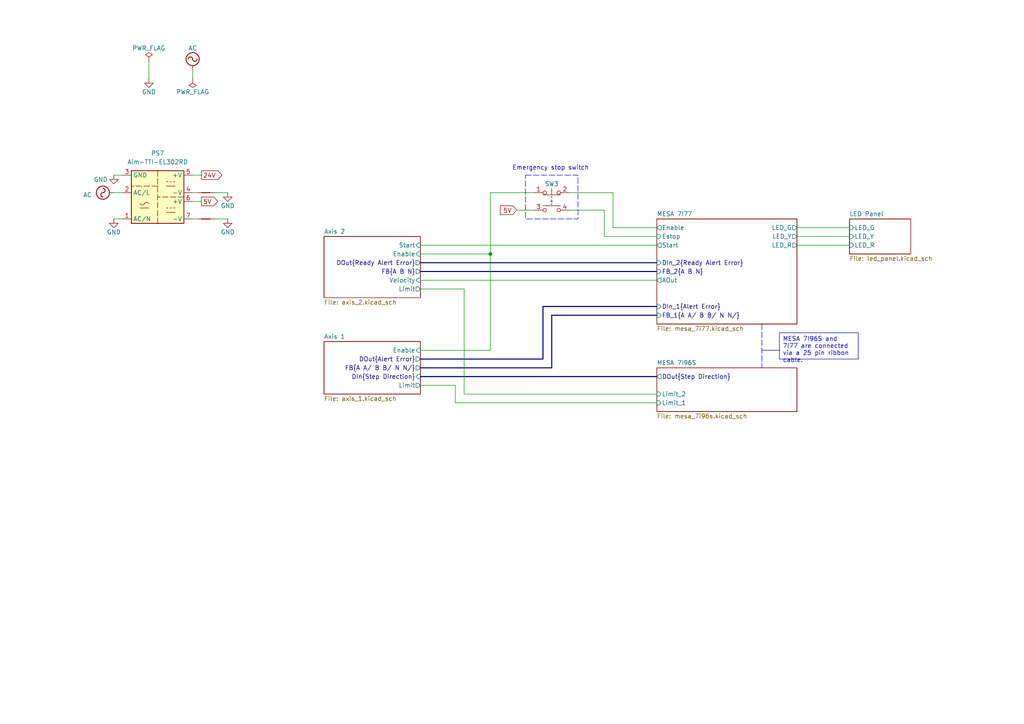
<source format=kicad_sch>
(kicad_sch (version 20250114) (generator "eeschema") (generator_version "9.0")
  (paper "A4")
  (title_block (title "Laboratory tests for the gantry robot ") (date "2023-07-20") (company "CITIC Research Center & Department of Computer Engineering, University of A Coruña."))
  (lib_symbols
    (symbol "Device:NetTie_2" (pin_numbers (hide yes)) (pin_names (offset 0) (hide yes)) (in_bom no)
      (property "Reference" "NT" (at 0 1.27 0))
      (property "Value" "NetTie_2" (at 0 -1.27 0))
      (symbol "NetTie_2_0_1"
        (polyline (pts (xy -1.27 0) (xy 1.27 0)) (stroke (width 0.254)))
      )
      (symbol "NetTie_2_1_1"
        (pin passive line (at -2.54 0 0) (length 2.54) (name "1") (number "1"))
        (pin passive line (at 2.54 0 180) (length 2.54) (name "2") (number "2"))
      )
    )
    (symbol "Gantry_Robot_Components:Aim-TTI-EL302RD"
      (property "Reference" "PS" (at 0 7.62 0))
      (property "Value" "Aim-TTI-EL302RD" (at 0 -10.16 0))
      (symbol "Aim-TTI-EL302RD_0_1"
        (rectangle (start -7.62 6.35) (end 7.62 -8.89) (stroke (width 0.254)) (fill (type background)))
        (polyline (pts (xy -5.08 -4.445) (xy -2.54 -4.445)))
        (arc (start -3.81 -3.175) (mid -4.445 -3.5605) (end -5.08 -3.175))
        (arc (start -3.81 -3.175) (mid -3.175 -2.8028) (end -2.54 -3.175))
        (polyline (pts (xy 2.54 3.175) (xy 3.048 3.175)))
        (polyline (pts (xy 2.54 1.905) (xy 5.08 1.905)))
        (polyline (pts (xy 2.54 -4.445) (xy 3.048 -4.445)))
        (polyline (pts (xy 2.54 -5.715) (xy 5.08 -5.715)))
        (polyline (pts (xy 3.556 3.175) (xy 4.064 3.175)))
        (polyline (pts (xy 3.556 -4.445) (xy 4.064 -4.445)))
        (polyline (pts (xy 4.572 3.175) (xy 5.08 3.175)))
        (polyline (pts (xy 4.572 -4.445) (xy 5.08 -4.445)))
      )
      (symbol "Aim-TTI-EL302RD_1_1"
        (polyline (pts (xy 0 6.35) (xy 0 -8.89)) (stroke (width 0) (type dash)))
        (polyline (pts (xy 0 1.905) (xy -7.62 1.905)) (stroke (width 0) (type dash)))
        (polyline (pts (xy 7.62 -1.27) (xy 0 -1.27)) (stroke (width 0) (type dash)))
        (pin power_in line (at -10.16 5.08 0) (length 2.54) (name "GND") (number "3"))
        (pin power_in line (at -10.16 0 0) (length 2.54) (name "AC/L") (number "2"))
        (pin power_in line (at -10.16 -7.62 0) (length 2.54) (name "AC/N") (number "1"))
        (pin power_out line (at 10.16 5.08 180) (length 2.54) (name "+V") (number "5"))
        (pin power_out line (at 10.16 0 180) (length 2.54) (name "-V") (number "4"))
        (pin power_out line (at 10.16 -2.54 180) (length 2.54) (name "+V") (number "6"))
        (pin power_out line (at 10.16 -7.62 180) (length 2.54) (name "-V") (number "7"))
      )
    )
    (symbol "Gantry_Robot_Components:SW_push_closed_open" (pin_names (hide yes))
      (property "Reference" "SW" (at 2.54 5.08 0))
      (symbol "SW_push_closed_open_0_1"
        (circle (center -2.032 2.54) (radius 0.508))
        (circle (center -2.032 -2.54) (radius 0.508))
        (polyline (pts (xy 0 1.905) (xy 0 3.683)))
        (polyline (pts (xy 0 1.016) (xy 0 1.524)))
        (polyline (pts (xy 0 0.508) (xy 0 0)))
        (polyline (pts (xy 0 -0.508) (xy 0 -1.016)))
        (circle (center 2.032 2.54) (radius 0.508))
        (circle (center 2.032 -2.54) (radius 0.508))
        (polyline (pts (xy 2.54 1.905) (xy -2.54 1.905)))
        (polyline (pts (xy 2.54 -1.27) (xy -2.54 -1.27)))
        (pin passive line (at -5.08 2.54 0) (length 2.54) (name "1") (number "1"))
        (pin passive line (at -5.08 -2.54 0) (length 2.54) (name "3") (number "3"))
        (pin passive line (at 5.08 2.54 180) (length 2.54) (name "2") (number "2"))
        (pin passive line (at 5.08 -2.54 180) (length 2.54) (name "4") (number "4"))
      )
    )
    (symbol "power:AC" (power) (pin_names (offset 0))
      (property "Value" "AC" (at 0 6.35 0))
      (symbol "AC_0_1"
        (arc (start -1.27 3.175) (mid -0.635 3.8073) (end 0 3.175) (stroke (width 0.254)))
        (circle (center 0 3.175) (radius 1.905) (stroke (width 0.254)))
        (polyline (pts (xy 0 0) (xy 0 1.27)))
        (arc (start 1.27 3.175) (mid 0.635 2.5427) (end 0 3.175) (stroke (width 0.254)))
      )
      (symbol "AC_1_1"
        (pin power_in line (at 0 0 90) (length 0) (hide yes) (name "AC") (number "1"))
      )
    )
    (symbol "power:GND" (power) (pin_names (offset 0))
      (property "Value" "GND" (at 0 -3.81 0))
      (symbol "GND_0_1"
        (polyline (pts (xy 0 0) (xy 0 -1.27) (xy 1.27 -1.27) (xy 0 -2.54) (xy -1.27 -1.27) (xy 0 -1.27)))
      )
      (symbol "GND_1_1"
        (pin power_in line (at 0 0 270) (length 0) (hide yes) (name "GND") (number "1"))
      )
    )
    (symbol "power:PWR_FLAG" (power) (pin_numbers (hide yes)) (pin_names (offset 0) (hide yes))
      (property "Value" "PWR_FLAG" (at 0 3.81 0))
      (symbol "PWR_FLAG_0_0"
        (pin power_out line (at 0 0 90) (length 0) (name "pwr") (number "1"))
      )
      (symbol "PWR_FLAG_0_1"
        (polyline (pts (xy 0 0) (xy 0 1.27) (xy -1.016 1.905) (xy 0 2.54) (xy 1.016 1.905) (xy 0 1.27)))
      )
    )
  )
  (rectangle (start 152.4 50.8) (end 167.64 63.5) (stroke (width 0) (type dash)))
  (text "Emergency stop switch" (at 148.59 49.53 0) (effects (font (size 1.27 1.27)) (justify left bottom)))
  (text_box "MESA 7I96S and 7I77 are connected via a 25 pin ribbon cable." (at 226.06 96.52 0) (size 22.86 7.62) (margins 0.9525 0.9525 0.9525 0.9525) (effects (font (size 1.27 1.27)) (justify left top)))
  (junction (at 142.24 73.66))
  (bus (pts (xy 121.92 109.22) (xy 190.5 109.22)))
  (wire (pts (xy 149.86 60.96) (xy 154.94 60.96)))
  (wire (pts (xy 55.88 20.32) (xy 55.88 22.86)))
  (bus (pts (xy 157.48 104.14) (xy 157.48 88.9)))
  (polyline (pts (xy 220.98 93.98) (xy 220.98 106.68)) (stroke (width 0) (type dash)))
  (wire (pts (xy 231.14 71.12) (xy 246.38 71.12)))
  (wire (pts (xy 121.92 101.6) (xy 142.24 101.6)))
  (wire (pts (xy 121.92 71.12) (xy 190.5 71.12)))
  (bus (pts (xy 160.02 106.68) (xy 160.02 91.44)))
  (wire (pts (xy 132.08 111.76) (xy 132.08 116.84)))
  (bus (pts (xy 121.92 76.2) (xy 190.5 76.2)))
  (wire (pts (xy 121.92 83.82) (xy 134.62 83.82)))
  (wire (pts (xy 55.88 63.5) (xy 57.15 63.5)))
  (wire (pts (xy 33.02 63.5) (xy 35.56 63.5)))
  (wire (pts (xy 121.92 111.76) (xy 132.08 111.76)))
  (wire (pts (xy 55.88 50.8) (xy 58.42 50.8)))
  (wire (pts (xy 231.14 68.58) (xy 246.38 68.58)))
  (wire (pts (xy 175.26 68.58) (xy 175.26 60.96)))
  (bus (pts (xy 121.92 78.74) (xy 190.5 78.74)))
  (wire (pts (xy 121.92 73.66) (xy 142.24 73.66)))
  (wire (pts (xy 132.08 116.84) (xy 190.5 116.84)))
  (wire (pts (xy 62.23 63.5) (xy 66.04 63.5)))
  (wire (pts (xy 134.62 83.82) (xy 134.62 114.3)))
  (bus (pts (xy 121.92 104.14) (xy 157.48 104.14)))
  (wire (pts (xy 121.92 81.28) (xy 190.5 81.28)))
  (bus (pts (xy 160.02 91.44) (xy 190.5 91.44)))
  (bus (pts (xy 157.48 88.9) (xy 190.5 88.9)))
  (wire (pts (xy 33.02 55.88) (xy 35.56 55.88)))
  (wire (pts (xy 55.88 58.42) (xy 58.42 58.42)))
  (wire (pts (xy 231.14 66.04) (xy 246.38 66.04)))
  (wire (pts (xy 33.02 50.8) (xy 35.56 50.8)))
  (wire (pts (xy 142.24 73.66) (xy 142.24 101.6)))
  (wire (pts (xy 43.18 17.78) (xy 43.18 22.86)))
  (wire (pts (xy 142.24 55.88) (xy 142.24 73.66)))
  (wire (pts (xy 165.1 60.96) (xy 175.26 60.96)))
  (bus (pts (xy 121.92 106.68) (xy 160.02 106.68)))
  (polyline (pts (xy 220.98 101.6) (xy 226.06 101.6)))
  (wire (pts (xy 177.8 66.04) (xy 177.8 55.88)))
  (wire (pts (xy 177.8 66.04) (xy 190.5 66.04)))
  (wire (pts (xy 142.24 55.88) (xy 154.94 55.88)))
  (wire (pts (xy 165.1 55.88) (xy 177.8 55.88)))
  (wire (pts (xy 134.62 114.3) (xy 190.5 114.3)))
  (wire (pts (xy 175.26 68.58) (xy 190.5 68.58)))
  (wire (pts (xy 55.88 55.88) (xy 57.15 55.88)))
  (wire (pts (xy 62.23 55.88) (xy 66.04 55.88)))
  (global_label "24V" (shape output) (at 58.42 50.8 0) (property "Intersheetrefs" "${INTERSHEET_REFS}" (effects (hide yes))))
  (global_label "5V" (shape output) (at 58.42 58.42 0) (property "Intersheetrefs" "${INTERSHEET_REFS}" (effects (hide yes))))
  (global_label "5V" (shape input) (at 149.86 60.96 180) (property "Intersheetrefs" "${INTERSHEET_REFS}" (effects (hide yes))))
  (symbol (lib_id "power:PWR_FLAG") (at 55.88 22.86 180) (unit 1)
    (property "Reference" "#FLG03" (effects (hide yes)))
    (property "Value" "PWR_FLAG" (at 55.88 26.67 0))
  )
  (symbol (lib_id "power:GND") (at 33.02 63.5 0) (unit 1)
    (property "Reference" "#PWR049" (effects (hide yes)))
    (property "Value" "GND" (at 33.02 67.31 0))
  )
  (symbol (lib_id "Device:NetTie_2") (at 59.69 55.88 0) (mirror x) (unit 1) (in_bom no)
    (property "Reference" "NT8" (effects (hide yes)))
    (property "Value" "NetTie_2" (effects (hide yes)))
  )
  (symbol (lib_id "power:AC") (at 33.02 55.88 90) (unit 1)
    (property "Reference" "#PWR048" (effects (hide yes)))
    (property "Value" "AC" (at 26.67 56.515 90) (effects (justify left)))
  )
  (symbol (lib_id "Gantry_Robot_Components:Aim-TTI-EL302RD") (at 45.72 55.88 0) (unit 1)
    (property "Reference" "PS7" (at 45.72 44.45 0))
    (property "Value" "Aim-TTI-EL302RD" (at 45.72 46.99 0))
  )
  (symbol (lib_id "power:GND") (at 33.02 50.8 0) (unit 1)
    (property "Reference" "#PWR01" (effects (hide yes)))
    (property "Value" "GND" (at 29.21 52.07 0))
  )
  (symbol (lib_id "Device:NetTie_2") (at 59.69 63.5 0) (mirror x) (unit 1) (in_bom no)
    (property "Reference" "NT1" (effects (hide yes)))
    (property "Value" "NetTie_2" (effects (hide yes)))
  )
  (symbol (lib_id "Gantry_Robot_Components:SW_push_closed_open") (at 160.02 58.42 0) (unit 1)
    (property "Reference" "SW3" (at 160.02 53.34 0))
    (property "Value" "~" (at 160.02 58.42 0))
  )
  (symbol (lib_id "power:AC") (at 55.88 20.32 0) (unit 1)
    (property "Reference" "#PWR021" (effects (hide yes)))
    (property "Value" "AC" (at 55.88 13.97 0))
  )
  (symbol (lib_id "power:GND") (at 66.04 55.88 0) (unit 1)
    (property "Reference" "#PWR03" (effects (hide yes)))
    (property "Value" "GND" (at 66.04 59.69 0))
  )
  (symbol (lib_id "power:GND") (at 43.18 22.86 0) (unit 1)
    (property "Reference" "#PWR020" (effects (hide yes)))
    (property "Value" "GND" (at 43.18 26.67 0))
  )
  (symbol (lib_id "power:PWR_FLAG") (at 43.18 17.78 0) (unit 1)
    (property "Reference" "#FLG01" (effects (hide yes)))
    (property "Value" "PWR_FLAG" (at 43.18 13.97 0))
  )
  (symbol (lib_id "power:GND") (at 66.04 63.5 0) (unit 1)
    (property "Reference" "#PWR02" (effects (hide yes)))
    (property "Value" "GND" (at 66.04 67.31 0))
  )
  (sheet (at 93.98 99.06) (size 27.94 15.24) (stroke (width 0.1524))
    (property "Sheetname" "Axis 1" (at 93.98 98.3484 0) (effects (justify left bottom)))
    (property "Sheetfile" "axis_1.kicad_sch" (at 93.98 114.8846 0) (effects (justify left top)))
    (pin "FB{A A{slash} B B{slash} N N{slash}}" output (at 121.92 106.68 0))
    (pin "DIn{Step Direction}" input (at 121.92 109.22 0))
    (pin "Limit" output (at 121.92 111.76 0))
    (pin "DOut{Alert Error}" output (at 121.92 104.14 0))
    (pin "Enable" input (at 121.92 101.6 0))
  )
  (sheet (at 93.98 68.58) (size 27.94 17.78) (stroke (width 0.1524))
    (property "Sheetname" "Axis 2" (at 93.98 67.8684 0) (effects (justify left bottom)))
    (property "Sheetfile" "axis_2.kicad_sch" (at 93.98 86.9446 0) (effects (justify left top)))
    (pin "Limit" output (at 121.92 83.82 0))
    (pin "DOut{Ready Alert Error}" output (at 121.92 76.2 0))
    (pin "Enable" input (at 121.92 73.66 0))
    (pin "FB{A B N}" output (at 121.92 78.74 0))
    (pin "Velocity" input (at 121.92 81.28 0))
    (pin "Start" input (at 121.92 71.12 0))
  )
  (sheet (at 190.5 106.68) (size 40.64 12.7) (stroke (width 0.1524))
    (property "Sheetname" "MESA 7I96S" (at 190.5 105.9684 0) (effects (justify left bottom)))
    (property "Sheetfile" "mesa_7i96s.kicad_sch" (at 190.5 119.9646 0) (effects (justify left top)))
    (pin "Limit_2" input (at 190.5 114.3 180))
    (pin "Limit_1" input (at 190.5 116.84 180))
    (pin "DOut{Step Direction}" output (at 190.5 109.22 180))
  )
  (sheet (at 190.5 63.5) (size 40.64 30.48) (stroke (width 0.1524))
    (property "Sheetname" "MESA 7I77" (at 190.5 62.7884 0) (effects (justify left bottom)))
    (property "Sheetfile" "mesa_7i77.kicad_sch" (at 190.5 94.5646 0) (effects (justify left top)))
    (pin "FB_1{A A{slash} B B{slash} N N{slash}}" input (at 190.5 91.44 180))
    (pin "FB_2{A B N}" input (at 190.5 78.74 180))
    (pin "DIn_2{Ready Alert Error}" input (at 190.5 76.2 180))
    (pin "AOut" output (at 190.5 81.28 180))
    (pin "LED_G" output (at 231.14 66.04 0))
    (pin "LED_R" output (at 231.14 71.12 0))
    (pin "LED_Y" output (at 231.14 68.58 0))
    (pin "Start" output (at 190.5 71.12 180))
    (pin "Enable" output (at 190.5 66.04 180))
    (pin "Estop" input (at 190.5 68.58 180))
    (pin "DIn_1{Alert Error}" input (at 190.5 88.9 180))
  )
  (sheet (at 246.38 63.5) (size 17.78 10.16) (stroke (width 0.1524))
    (property "Sheetname" "LED Panel" (at 246.38 62.7884 0) (effects (justify left bottom)))
    (property "Sheetfile" "led_panel.kicad_sch" (at 246.38 74.2446 0) (effects (justify left top)))
    (pin "LED_Y" input (at 246.38 68.58 180))
    (pin "LED_G" input (at 246.38 66.04 180))
    (pin "LED_R" input (at 246.38 71.12 180))
  )
)
</source>
